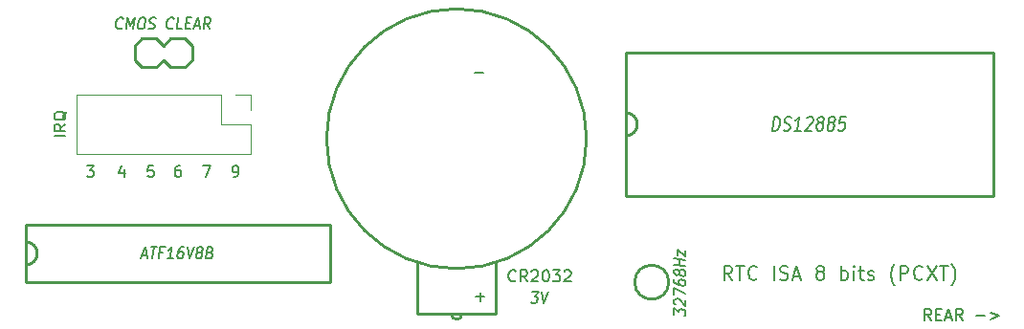
<source format=gto>
G04 #@! TF.GenerationSoftware,KiCad,Pcbnew,(5.1.4)-1*
G04 #@! TF.CreationDate,2019-12-21T06:29:15+01:00*
G04 #@! TF.ProjectId,RTC8088,52544338-3038-4382-9e6b-696361645f70,rev?*
G04 #@! TF.SameCoordinates,Original*
G04 #@! TF.FileFunction,Legend,Top*
G04 #@! TF.FilePolarity,Positive*
%FSLAX46Y46*%
G04 Gerber Fmt 4.6, Leading zero omitted, Abs format (unit mm)*
G04 Created by KiCad (PCBNEW (5.1.4)-1) date 2019-12-21 06:29:15*
%MOMM*%
%LPD*%
G04 APERTURE LIST*
%ADD10C,0.150000*%
%ADD11C,0.200000*%
%ADD12C,0.254000*%
%ADD13C,0.120000*%
%ADD14C,0.203200*%
G04 APERTURE END LIST*
D10*
X183491523Y-97353380D02*
X183158190Y-96877190D01*
X182920095Y-97353380D02*
X182920095Y-96353380D01*
X183301047Y-96353380D01*
X183396285Y-96401000D01*
X183443904Y-96448619D01*
X183491523Y-96543857D01*
X183491523Y-96686714D01*
X183443904Y-96781952D01*
X183396285Y-96829571D01*
X183301047Y-96877190D01*
X182920095Y-96877190D01*
X183920095Y-96829571D02*
X184253428Y-96829571D01*
X184396285Y-97353380D02*
X183920095Y-97353380D01*
X183920095Y-96353380D01*
X184396285Y-96353380D01*
X184777238Y-97067666D02*
X185253428Y-97067666D01*
X184682000Y-97353380D02*
X185015333Y-96353380D01*
X185348666Y-97353380D01*
X186253428Y-97353380D02*
X185920095Y-96877190D01*
X185682000Y-97353380D02*
X185682000Y-96353380D01*
X186062952Y-96353380D01*
X186158190Y-96401000D01*
X186205809Y-96448619D01*
X186253428Y-96543857D01*
X186253428Y-96686714D01*
X186205809Y-96781952D01*
X186158190Y-96829571D01*
X186062952Y-96877190D01*
X185682000Y-96877190D01*
X187443904Y-96972428D02*
X188205809Y-96972428D01*
X188682000Y-96686714D02*
X189443904Y-96972428D01*
X188682000Y-97258142D01*
D11*
X165863190Y-93783476D02*
X165446523Y-93188238D01*
X165148904Y-93783476D02*
X165148904Y-92533476D01*
X165625095Y-92533476D01*
X165744142Y-92593000D01*
X165803666Y-92652523D01*
X165863190Y-92771571D01*
X165863190Y-92950142D01*
X165803666Y-93069190D01*
X165744142Y-93128714D01*
X165625095Y-93188238D01*
X165148904Y-93188238D01*
X166220333Y-92533476D02*
X166934619Y-92533476D01*
X166577476Y-93783476D02*
X166577476Y-92533476D01*
X168065571Y-93664428D02*
X168006047Y-93723952D01*
X167827476Y-93783476D01*
X167708428Y-93783476D01*
X167529857Y-93723952D01*
X167410809Y-93604904D01*
X167351285Y-93485857D01*
X167291761Y-93247761D01*
X167291761Y-93069190D01*
X167351285Y-92831095D01*
X167410809Y-92712047D01*
X167529857Y-92593000D01*
X167708428Y-92533476D01*
X167827476Y-92533476D01*
X168006047Y-92593000D01*
X168065571Y-92652523D01*
X169553666Y-93783476D02*
X169553666Y-92533476D01*
X170089380Y-93723952D02*
X170267952Y-93783476D01*
X170565571Y-93783476D01*
X170684619Y-93723952D01*
X170744142Y-93664428D01*
X170803666Y-93545380D01*
X170803666Y-93426333D01*
X170744142Y-93307285D01*
X170684619Y-93247761D01*
X170565571Y-93188238D01*
X170327476Y-93128714D01*
X170208428Y-93069190D01*
X170148904Y-93009666D01*
X170089380Y-92890619D01*
X170089380Y-92771571D01*
X170148904Y-92652523D01*
X170208428Y-92593000D01*
X170327476Y-92533476D01*
X170625095Y-92533476D01*
X170803666Y-92593000D01*
X171279857Y-93426333D02*
X171875095Y-93426333D01*
X171160809Y-93783476D02*
X171577476Y-92533476D01*
X171994142Y-93783476D01*
X173541761Y-93069190D02*
X173422714Y-93009666D01*
X173363190Y-92950142D01*
X173303666Y-92831095D01*
X173303666Y-92771571D01*
X173363190Y-92652523D01*
X173422714Y-92593000D01*
X173541761Y-92533476D01*
X173779857Y-92533476D01*
X173898904Y-92593000D01*
X173958428Y-92652523D01*
X174017952Y-92771571D01*
X174017952Y-92831095D01*
X173958428Y-92950142D01*
X173898904Y-93009666D01*
X173779857Y-93069190D01*
X173541761Y-93069190D01*
X173422714Y-93128714D01*
X173363190Y-93188238D01*
X173303666Y-93307285D01*
X173303666Y-93545380D01*
X173363190Y-93664428D01*
X173422714Y-93723952D01*
X173541761Y-93783476D01*
X173779857Y-93783476D01*
X173898904Y-93723952D01*
X173958428Y-93664428D01*
X174017952Y-93545380D01*
X174017952Y-93307285D01*
X173958428Y-93188238D01*
X173898904Y-93128714D01*
X173779857Y-93069190D01*
X175506047Y-93783476D02*
X175506047Y-92533476D01*
X175506047Y-93009666D02*
X175625095Y-92950142D01*
X175863190Y-92950142D01*
X175982238Y-93009666D01*
X176041761Y-93069190D01*
X176101285Y-93188238D01*
X176101285Y-93545380D01*
X176041761Y-93664428D01*
X175982238Y-93723952D01*
X175863190Y-93783476D01*
X175625095Y-93783476D01*
X175506047Y-93723952D01*
X176637000Y-93783476D02*
X176637000Y-92950142D01*
X176637000Y-92533476D02*
X176577476Y-92593000D01*
X176637000Y-92652523D01*
X176696523Y-92593000D01*
X176637000Y-92533476D01*
X176637000Y-92652523D01*
X177053666Y-92950142D02*
X177529857Y-92950142D01*
X177232238Y-92533476D02*
X177232238Y-93604904D01*
X177291761Y-93723952D01*
X177410809Y-93783476D01*
X177529857Y-93783476D01*
X177887000Y-93723952D02*
X178006047Y-93783476D01*
X178244142Y-93783476D01*
X178363190Y-93723952D01*
X178422714Y-93604904D01*
X178422714Y-93545380D01*
X178363190Y-93426333D01*
X178244142Y-93366809D01*
X178065571Y-93366809D01*
X177946523Y-93307285D01*
X177887000Y-93188238D01*
X177887000Y-93128714D01*
X177946523Y-93009666D01*
X178065571Y-92950142D01*
X178244142Y-92950142D01*
X178363190Y-93009666D01*
X180267952Y-94259666D02*
X180208428Y-94200142D01*
X180089380Y-94021571D01*
X180029857Y-93902523D01*
X179970333Y-93723952D01*
X179910809Y-93426333D01*
X179910809Y-93188238D01*
X179970333Y-92890619D01*
X180029857Y-92712047D01*
X180089380Y-92593000D01*
X180208428Y-92414428D01*
X180267952Y-92354904D01*
X180744142Y-93783476D02*
X180744142Y-92533476D01*
X181220333Y-92533476D01*
X181339380Y-92593000D01*
X181398904Y-92652523D01*
X181458428Y-92771571D01*
X181458428Y-92950142D01*
X181398904Y-93069190D01*
X181339380Y-93128714D01*
X181220333Y-93188238D01*
X180744142Y-93188238D01*
X182708428Y-93664428D02*
X182648904Y-93723952D01*
X182470333Y-93783476D01*
X182351285Y-93783476D01*
X182172714Y-93723952D01*
X182053666Y-93604904D01*
X181994142Y-93485857D01*
X181934619Y-93247761D01*
X181934619Y-93069190D01*
X181994142Y-92831095D01*
X182053666Y-92712047D01*
X182172714Y-92593000D01*
X182351285Y-92533476D01*
X182470333Y-92533476D01*
X182648904Y-92593000D01*
X182708428Y-92652523D01*
X183125095Y-92533476D02*
X183958428Y-93783476D01*
X183958428Y-92533476D02*
X183125095Y-93783476D01*
X184256047Y-92533476D02*
X184970333Y-92533476D01*
X184613190Y-93783476D02*
X184613190Y-92533476D01*
X185267952Y-94259666D02*
X185327476Y-94200142D01*
X185446523Y-94021571D01*
X185506047Y-93902523D01*
X185565571Y-93723952D01*
X185625095Y-93426333D01*
X185625095Y-93188238D01*
X185565571Y-92890619D01*
X185506047Y-92712047D01*
X185446523Y-92593000D01*
X185327476Y-92414428D01*
X185267952Y-92354904D01*
D10*
X121729523Y-84653380D02*
X121920000Y-84653380D01*
X122015238Y-84605761D01*
X122062857Y-84558142D01*
X122158095Y-84415285D01*
X122205714Y-84224809D01*
X122205714Y-83843857D01*
X122158095Y-83748619D01*
X122110476Y-83701000D01*
X122015238Y-83653380D01*
X121824761Y-83653380D01*
X121729523Y-83701000D01*
X121681904Y-83748619D01*
X121634285Y-83843857D01*
X121634285Y-84081952D01*
X121681904Y-84177190D01*
X121729523Y-84224809D01*
X121824761Y-84272428D01*
X122015238Y-84272428D01*
X122110476Y-84224809D01*
X122158095Y-84177190D01*
X122205714Y-84081952D01*
X119046666Y-83653380D02*
X119713333Y-83653380D01*
X119284761Y-84653380D01*
X117030476Y-83653380D02*
X116840000Y-83653380D01*
X116744761Y-83701000D01*
X116697142Y-83748619D01*
X116601904Y-83891476D01*
X116554285Y-84081952D01*
X116554285Y-84462904D01*
X116601904Y-84558142D01*
X116649523Y-84605761D01*
X116744761Y-84653380D01*
X116935238Y-84653380D01*
X117030476Y-84605761D01*
X117078095Y-84558142D01*
X117125714Y-84462904D01*
X117125714Y-84224809D01*
X117078095Y-84129571D01*
X117030476Y-84081952D01*
X116935238Y-84034333D01*
X116744761Y-84034333D01*
X116649523Y-84081952D01*
X116601904Y-84129571D01*
X116554285Y-84224809D01*
X114665095Y-83653380D02*
X114188904Y-83653380D01*
X114141285Y-84129571D01*
X114188904Y-84081952D01*
X114284142Y-84034333D01*
X114522238Y-84034333D01*
X114617476Y-84081952D01*
X114665095Y-84129571D01*
X114712714Y-84224809D01*
X114712714Y-84462904D01*
X114665095Y-84558142D01*
X114617476Y-84605761D01*
X114522238Y-84653380D01*
X114284142Y-84653380D01*
X114188904Y-84605761D01*
X114141285Y-84558142D01*
X112077476Y-83986714D02*
X112077476Y-84653380D01*
X111839380Y-83605761D02*
X111601285Y-84320047D01*
X112220333Y-84320047D01*
X108759666Y-83653380D02*
X109378714Y-83653380D01*
X109045380Y-84034333D01*
X109188238Y-84034333D01*
X109283476Y-84081952D01*
X109331095Y-84129571D01*
X109378714Y-84224809D01*
X109378714Y-84462904D01*
X109331095Y-84558142D01*
X109283476Y-84605761D01*
X109188238Y-84653380D01*
X108902523Y-84653380D01*
X108807285Y-84605761D01*
X108759666Y-84558142D01*
D12*
X103378000Y-92456000D02*
G75*
G03X104394000Y-91440000I0J1016000D01*
G01*
X104394000Y-91440000D02*
G75*
G03X103378000Y-90424000I-1016000J0D01*
G01*
X103378000Y-88900000D02*
X130302000Y-88900000D01*
X130302000Y-88900000D02*
X130302000Y-93980000D01*
X130302000Y-93980000D02*
X103378000Y-93980000D01*
X103378000Y-93980000D02*
X103378000Y-88900000D01*
X152985926Y-81280000D02*
G75*
G03X152985926Y-81280000I-11501120J0D01*
G01*
X144984926Y-96779080D02*
X144984926Y-92280740D01*
X137984686Y-96779080D02*
X144984926Y-96779080D01*
X137984686Y-92280740D02*
X137984686Y-96779080D01*
X140984426Y-96779080D02*
G75*
G03X141484806Y-97279460I500380J0D01*
G01*
X141484806Y-97279460D02*
G75*
G03X141985186Y-96779080I0J500380D01*
G01*
X115570000Y-74295000D02*
X116205000Y-74930000D01*
X116205000Y-74930000D02*
X117475000Y-74930000D01*
X117475000Y-74930000D02*
X118110000Y-74295000D01*
X118110000Y-74295000D02*
X118110000Y-73025000D01*
X118110000Y-73025000D02*
X117475000Y-72390000D01*
X117475000Y-72390000D02*
X116205000Y-72390000D01*
X116205000Y-72390000D02*
X115570000Y-73025000D01*
X115570000Y-74295000D02*
X114935000Y-74930000D01*
X114935000Y-74930000D02*
X113665000Y-74930000D01*
X113665000Y-74930000D02*
X113030000Y-74295000D01*
X113030000Y-74295000D02*
X113030000Y-73025000D01*
X113030000Y-73025000D02*
X113665000Y-72390000D01*
X113665000Y-72390000D02*
X114935000Y-72390000D01*
X114935000Y-72390000D02*
X115570000Y-73025000D01*
X156464000Y-81026000D02*
G75*
G03X157480000Y-80010000I0J1016000D01*
G01*
X157480000Y-80010000D02*
G75*
G03X156464000Y-78994000I-1016000J0D01*
G01*
X156464000Y-73660000D02*
X188976000Y-73660000D01*
X188976000Y-73660000D02*
X188976000Y-86360000D01*
X188976000Y-86360000D02*
X156464000Y-86360000D01*
X156464000Y-86360000D02*
X156464000Y-73660000D01*
X160251140Y-93980000D02*
G75*
G03X160251140Y-93980000I-1501140J0D01*
G01*
D13*
X107890000Y-77410000D02*
X107890000Y-82610000D01*
X120650000Y-77410000D02*
X107890000Y-77410000D01*
X123250000Y-82610000D02*
X107890000Y-82610000D01*
X120650000Y-77410000D02*
X120650000Y-80010000D01*
X120650000Y-80010000D02*
X123250000Y-80010000D01*
X123250000Y-80010000D02*
X123250000Y-82610000D01*
X121920000Y-77410000D02*
X123250000Y-77410000D01*
X123250000Y-77410000D02*
X123250000Y-78740000D01*
D14*
X113657259Y-91609333D02*
X114092687Y-91609333D01*
X113533887Y-91899619D02*
X113965687Y-90883619D01*
X114143487Y-91899619D01*
X114444659Y-90883619D02*
X114967173Y-90883619D01*
X114578916Y-91899619D02*
X114705916Y-90883619D01*
X115516297Y-91367428D02*
X115211497Y-91367428D01*
X115144973Y-91899619D02*
X115271973Y-90883619D01*
X115707401Y-90883619D01*
X116407716Y-91899619D02*
X115885201Y-91899619D01*
X116146459Y-91899619D02*
X116273459Y-90883619D01*
X116168230Y-91028761D01*
X116069049Y-91125523D01*
X115975916Y-91173904D01*
X117318487Y-90883619D02*
X117144316Y-90883619D01*
X117051182Y-90932000D01*
X117001592Y-90980380D01*
X116896363Y-91125523D01*
X116828630Y-91319047D01*
X116780249Y-91706095D01*
X116811697Y-91802857D01*
X116849192Y-91851238D01*
X116930230Y-91899619D01*
X117104401Y-91899619D01*
X117197535Y-91851238D01*
X117247125Y-91802857D01*
X117302763Y-91706095D01*
X117333001Y-91464190D01*
X117301554Y-91367428D01*
X117264059Y-91319047D01*
X117183020Y-91270666D01*
X117008849Y-91270666D01*
X116915716Y-91319047D01*
X116866125Y-91367428D01*
X116810487Y-91464190D01*
X117666830Y-90883619D02*
X117844630Y-91899619D01*
X118276430Y-90883619D01*
X118657430Y-91319047D02*
X118576392Y-91270666D01*
X118538897Y-91222285D01*
X118507449Y-91125523D01*
X118513497Y-91077142D01*
X118569135Y-90980380D01*
X118618725Y-90932000D01*
X118711859Y-90883619D01*
X118886030Y-90883619D01*
X118967068Y-90932000D01*
X119004563Y-90980380D01*
X119036011Y-91077142D01*
X119029963Y-91125523D01*
X118974325Y-91222285D01*
X118924735Y-91270666D01*
X118831601Y-91319047D01*
X118657430Y-91319047D01*
X118564297Y-91367428D01*
X118514706Y-91415809D01*
X118459068Y-91512571D01*
X118434878Y-91706095D01*
X118466325Y-91802857D01*
X118503820Y-91851238D01*
X118584859Y-91899619D01*
X118759030Y-91899619D01*
X118852163Y-91851238D01*
X118901754Y-91802857D01*
X118957392Y-91706095D01*
X118981582Y-91512571D01*
X118950135Y-91415809D01*
X118912640Y-91367428D01*
X118831601Y-91319047D01*
X119696411Y-91367428D02*
X119820992Y-91415809D01*
X119858487Y-91464190D01*
X119889935Y-91560952D01*
X119871792Y-91706095D01*
X119816154Y-91802857D01*
X119766563Y-91851238D01*
X119673430Y-91899619D01*
X119325087Y-91899619D01*
X119452087Y-90883619D01*
X119756887Y-90883619D01*
X119837925Y-90932000D01*
X119875420Y-90980380D01*
X119906868Y-91077142D01*
X119894773Y-91173904D01*
X119839135Y-91270666D01*
X119789544Y-91319047D01*
X119696411Y-91367428D01*
X119391611Y-91367428D01*
X146715238Y-93834857D02*
X146666857Y-93883238D01*
X146521714Y-93931619D01*
X146424952Y-93931619D01*
X146279809Y-93883238D01*
X146183047Y-93786476D01*
X146134666Y-93689714D01*
X146086285Y-93496190D01*
X146086285Y-93351047D01*
X146134666Y-93157523D01*
X146183047Y-93060761D01*
X146279809Y-92964000D01*
X146424952Y-92915619D01*
X146521714Y-92915619D01*
X146666857Y-92964000D01*
X146715238Y-93012380D01*
X147731238Y-93931619D02*
X147392571Y-93447809D01*
X147150666Y-93931619D02*
X147150666Y-92915619D01*
X147537714Y-92915619D01*
X147634476Y-92964000D01*
X147682857Y-93012380D01*
X147731238Y-93109142D01*
X147731238Y-93254285D01*
X147682857Y-93351047D01*
X147634476Y-93399428D01*
X147537714Y-93447809D01*
X147150666Y-93447809D01*
X148118285Y-93012380D02*
X148166666Y-92964000D01*
X148263428Y-92915619D01*
X148505333Y-92915619D01*
X148602095Y-92964000D01*
X148650476Y-93012380D01*
X148698857Y-93109142D01*
X148698857Y-93205904D01*
X148650476Y-93351047D01*
X148069904Y-93931619D01*
X148698857Y-93931619D01*
X149327809Y-92915619D02*
X149424571Y-92915619D01*
X149521333Y-92964000D01*
X149569714Y-93012380D01*
X149618095Y-93109142D01*
X149666476Y-93302666D01*
X149666476Y-93544571D01*
X149618095Y-93738095D01*
X149569714Y-93834857D01*
X149521333Y-93883238D01*
X149424571Y-93931619D01*
X149327809Y-93931619D01*
X149231047Y-93883238D01*
X149182666Y-93834857D01*
X149134285Y-93738095D01*
X149085904Y-93544571D01*
X149085904Y-93302666D01*
X149134285Y-93109142D01*
X149182666Y-93012380D01*
X149231047Y-92964000D01*
X149327809Y-92915619D01*
X150005142Y-92915619D02*
X150634095Y-92915619D01*
X150295428Y-93302666D01*
X150440571Y-93302666D01*
X150537333Y-93351047D01*
X150585714Y-93399428D01*
X150634095Y-93496190D01*
X150634095Y-93738095D01*
X150585714Y-93834857D01*
X150537333Y-93883238D01*
X150440571Y-93931619D01*
X150150285Y-93931619D01*
X150053523Y-93883238D01*
X150005142Y-93834857D01*
X151021142Y-93012380D02*
X151069523Y-92964000D01*
X151166285Y-92915619D01*
X151408190Y-92915619D01*
X151504952Y-92964000D01*
X151553333Y-93012380D01*
X151601714Y-93109142D01*
X151601714Y-93205904D01*
X151553333Y-93351047D01*
X150972761Y-93931619D01*
X151601714Y-93931619D01*
X148168601Y-94820619D02*
X148734659Y-94820619D01*
X148381478Y-95207666D01*
X148512106Y-95207666D01*
X148593144Y-95256047D01*
X148630640Y-95304428D01*
X148662087Y-95401190D01*
X148631849Y-95643095D01*
X148576211Y-95739857D01*
X148526620Y-95788238D01*
X148433487Y-95836619D01*
X148172230Y-95836619D01*
X148091192Y-95788238D01*
X148053697Y-95739857D01*
X148995916Y-94820619D02*
X149173716Y-95836619D01*
X149605516Y-94820619D01*
X143563977Y-95662447D02*
X143563977Y-94888352D01*
X143951025Y-95275400D02*
X143176929Y-95275400D01*
X143078958Y-75408971D02*
X143853053Y-75408971D01*
X111884097Y-71482857D02*
X111834506Y-71531238D01*
X111697830Y-71579619D01*
X111610744Y-71579619D01*
X111486163Y-71531238D01*
X111411173Y-71434476D01*
X111379725Y-71337714D01*
X111360373Y-71144190D01*
X111378516Y-70999047D01*
X111446249Y-70805523D01*
X111501887Y-70708761D01*
X111601068Y-70612000D01*
X111737744Y-70563619D01*
X111824830Y-70563619D01*
X111949411Y-70612000D01*
X111986906Y-70660380D01*
X112263887Y-71579619D02*
X112390887Y-70563619D01*
X112604973Y-71289333D01*
X113000487Y-70563619D01*
X112873487Y-71579619D01*
X113610087Y-70563619D02*
X113784259Y-70563619D01*
X113865297Y-70612000D01*
X113940287Y-70708761D01*
X113959640Y-70902285D01*
X113917306Y-71240952D01*
X113849573Y-71434476D01*
X113750392Y-71531238D01*
X113657259Y-71579619D01*
X113483087Y-71579619D01*
X113402049Y-71531238D01*
X113327059Y-71434476D01*
X113307706Y-71240952D01*
X113350040Y-70902285D01*
X113417773Y-70708761D01*
X113516954Y-70612000D01*
X113610087Y-70563619D01*
X114229363Y-71531238D02*
X114353944Y-71579619D01*
X114571659Y-71579619D01*
X114664792Y-71531238D01*
X114714382Y-71482857D01*
X114770020Y-71386095D01*
X114782116Y-71289333D01*
X114750668Y-71192571D01*
X114713173Y-71144190D01*
X114632135Y-71095809D01*
X114464011Y-71047428D01*
X114382973Y-70999047D01*
X114345478Y-70950666D01*
X114314030Y-70853904D01*
X114326125Y-70757142D01*
X114381763Y-70660380D01*
X114431354Y-70612000D01*
X114524487Y-70563619D01*
X114742201Y-70563619D01*
X114866782Y-70612000D01*
X116369011Y-71482857D02*
X116319420Y-71531238D01*
X116182744Y-71579619D01*
X116095659Y-71579619D01*
X115971078Y-71531238D01*
X115896087Y-71434476D01*
X115864640Y-71337714D01*
X115845287Y-71144190D01*
X115863430Y-70999047D01*
X115931163Y-70805523D01*
X115986801Y-70708761D01*
X116085982Y-70612000D01*
X116222659Y-70563619D01*
X116309744Y-70563619D01*
X116434325Y-70612000D01*
X116471820Y-70660380D01*
X117184230Y-71579619D02*
X116748801Y-71579619D01*
X116875801Y-70563619D01*
X117555554Y-71047428D02*
X117860354Y-71047428D01*
X117924459Y-71579619D02*
X117489030Y-71579619D01*
X117616030Y-70563619D01*
X118051459Y-70563619D01*
X118309087Y-71289333D02*
X118744516Y-71289333D01*
X118185716Y-71579619D02*
X118617516Y-70563619D01*
X118795316Y-71579619D01*
X119622630Y-71579619D02*
X119378306Y-71095809D01*
X119100116Y-71579619D02*
X119227116Y-70563619D01*
X119575459Y-70563619D01*
X119656497Y-70612000D01*
X119693992Y-70660380D01*
X119725440Y-70757142D01*
X119707297Y-70902285D01*
X119651659Y-70999047D01*
X119602068Y-71047428D01*
X119508935Y-71095809D01*
X119160592Y-71095809D01*
X169423034Y-80584523D02*
X169581784Y-79314523D01*
X169823689Y-79314523D01*
X169961272Y-79375000D01*
X170042915Y-79495952D01*
X170076177Y-79616904D01*
X170094320Y-79858809D01*
X170071641Y-80040238D01*
X169993022Y-80282142D01*
X169929522Y-80403095D01*
X169817641Y-80524047D01*
X169664939Y-80584523D01*
X169423034Y-80584523D01*
X170398213Y-80524047D02*
X170535796Y-80584523D01*
X170777701Y-80584523D01*
X170882022Y-80524047D01*
X170937963Y-80463571D01*
X171001463Y-80342619D01*
X171016582Y-80221666D01*
X170983320Y-80100714D01*
X170942498Y-80040238D01*
X170853296Y-79979761D01*
X170667332Y-79919285D01*
X170578129Y-79858809D01*
X170537308Y-79798333D01*
X170504046Y-79677380D01*
X170519165Y-79556428D01*
X170582665Y-79435476D01*
X170638606Y-79375000D01*
X170742927Y-79314523D01*
X170984832Y-79314523D01*
X171122415Y-79375000D01*
X171938844Y-80584523D02*
X171358272Y-80584523D01*
X171648558Y-80584523D02*
X171807308Y-79314523D01*
X171687867Y-79495952D01*
X171575987Y-79616904D01*
X171471665Y-79677380D01*
X172469522Y-79435476D02*
X172525463Y-79375000D01*
X172629784Y-79314523D01*
X172871689Y-79314523D01*
X172960891Y-79375000D01*
X173001713Y-79435476D01*
X173034975Y-79556428D01*
X173019856Y-79677380D01*
X172948796Y-79858809D01*
X172277510Y-80584523D01*
X172906463Y-80584523D01*
X173577748Y-79858809D02*
X173488546Y-79798333D01*
X173447725Y-79737857D01*
X173414463Y-79616904D01*
X173422022Y-79556428D01*
X173485522Y-79435476D01*
X173541463Y-79375000D01*
X173645784Y-79314523D01*
X173839308Y-79314523D01*
X173928510Y-79375000D01*
X173969332Y-79435476D01*
X174002594Y-79556428D01*
X173995034Y-79616904D01*
X173931534Y-79737857D01*
X173875594Y-79798333D01*
X173771272Y-79858809D01*
X173577748Y-79858809D01*
X173473427Y-79919285D01*
X173417487Y-79979761D01*
X173353987Y-80100714D01*
X173323748Y-80342619D01*
X173357010Y-80463571D01*
X173397832Y-80524047D01*
X173487034Y-80584523D01*
X173680558Y-80584523D01*
X173784879Y-80524047D01*
X173840820Y-80463571D01*
X173904320Y-80342619D01*
X173934558Y-80100714D01*
X173901296Y-79979761D01*
X173860475Y-79919285D01*
X173771272Y-79858809D01*
X174545367Y-79858809D02*
X174456165Y-79798333D01*
X174415344Y-79737857D01*
X174382082Y-79616904D01*
X174389641Y-79556428D01*
X174453141Y-79435476D01*
X174509082Y-79375000D01*
X174613403Y-79314523D01*
X174806927Y-79314523D01*
X174896129Y-79375000D01*
X174936951Y-79435476D01*
X174970213Y-79556428D01*
X174962653Y-79616904D01*
X174899153Y-79737857D01*
X174843213Y-79798333D01*
X174738891Y-79858809D01*
X174545367Y-79858809D01*
X174441046Y-79919285D01*
X174385106Y-79979761D01*
X174321606Y-80100714D01*
X174291367Y-80342619D01*
X174324629Y-80463571D01*
X174365451Y-80524047D01*
X174454653Y-80584523D01*
X174648177Y-80584523D01*
X174752498Y-80524047D01*
X174808439Y-80463571D01*
X174871939Y-80342619D01*
X174902177Y-80100714D01*
X174868915Y-79979761D01*
X174828094Y-79919285D01*
X174738891Y-79858809D01*
X175919689Y-79314523D02*
X175435879Y-79314523D01*
X175311903Y-79919285D01*
X175367844Y-79858809D01*
X175472165Y-79798333D01*
X175714070Y-79798333D01*
X175803272Y-79858809D01*
X175844094Y-79919285D01*
X175877356Y-80040238D01*
X175839558Y-80342619D01*
X175776058Y-80463571D01*
X175720117Y-80524047D01*
X175615796Y-80584523D01*
X175373891Y-80584523D01*
X175284689Y-80524047D01*
X175243867Y-80463571D01*
X160733619Y-96854312D02*
X160733619Y-96288255D01*
X161120666Y-96641436D01*
X161120666Y-96510807D01*
X161169047Y-96429769D01*
X161217428Y-96392274D01*
X161314190Y-96360826D01*
X161556095Y-96391064D01*
X161652857Y-96446702D01*
X161701238Y-96496293D01*
X161749619Y-96589426D01*
X161749619Y-96850683D01*
X161701238Y-96931721D01*
X161652857Y-96969217D01*
X160830380Y-95952007D02*
X160782000Y-95902417D01*
X160733619Y-95809283D01*
X160733619Y-95591569D01*
X160782000Y-95510531D01*
X160830380Y-95473036D01*
X160927142Y-95441588D01*
X161023904Y-95453683D01*
X161169047Y-95515369D01*
X161749619Y-96110455D01*
X161749619Y-95544398D01*
X160733619Y-95112598D02*
X160733619Y-94502998D01*
X161749619Y-95021883D01*
X160733619Y-93762769D02*
X160733619Y-93936940D01*
X160782000Y-94030074D01*
X160830380Y-94079664D01*
X160975523Y-94184893D01*
X161169047Y-94252626D01*
X161556095Y-94301007D01*
X161652857Y-94269560D01*
X161701238Y-94232064D01*
X161749619Y-94151026D01*
X161749619Y-93976855D01*
X161701238Y-93883721D01*
X161652857Y-93834131D01*
X161556095Y-93778493D01*
X161314190Y-93748255D01*
X161217428Y-93779702D01*
X161169047Y-93817198D01*
X161120666Y-93898236D01*
X161120666Y-94072407D01*
X161169047Y-94165540D01*
X161217428Y-94215131D01*
X161314190Y-94270769D01*
X161169047Y-93207598D02*
X161120666Y-93288636D01*
X161072285Y-93326131D01*
X160975523Y-93357579D01*
X160927142Y-93351531D01*
X160830380Y-93295893D01*
X160782000Y-93246302D01*
X160733619Y-93153169D01*
X160733619Y-92978998D01*
X160782000Y-92897960D01*
X160830380Y-92860464D01*
X160927142Y-92829017D01*
X160975523Y-92835064D01*
X161072285Y-92890702D01*
X161120666Y-92940293D01*
X161169047Y-93033426D01*
X161169047Y-93207598D01*
X161217428Y-93300731D01*
X161265809Y-93350321D01*
X161362571Y-93405960D01*
X161556095Y-93430150D01*
X161652857Y-93398702D01*
X161701238Y-93361207D01*
X161749619Y-93280169D01*
X161749619Y-93105998D01*
X161701238Y-93012864D01*
X161652857Y-92963274D01*
X161556095Y-92907636D01*
X161362571Y-92883445D01*
X161265809Y-92914893D01*
X161217428Y-92952388D01*
X161169047Y-93033426D01*
X161749619Y-92539940D02*
X160733619Y-92412940D01*
X161217428Y-92473417D02*
X161217428Y-91950902D01*
X161749619Y-92017426D02*
X160733619Y-91890426D01*
X161072285Y-91584417D02*
X161072285Y-91105445D01*
X161749619Y-91669083D01*
X161749619Y-91190112D01*
D10*
X106878380Y-81033809D02*
X105878380Y-81033809D01*
X106878380Y-79986190D02*
X106402190Y-80319523D01*
X106878380Y-80557619D02*
X105878380Y-80557619D01*
X105878380Y-80176666D01*
X105926000Y-80081428D01*
X105973619Y-80033809D01*
X106068857Y-79986190D01*
X106211714Y-79986190D01*
X106306952Y-80033809D01*
X106354571Y-80081428D01*
X106402190Y-80176666D01*
X106402190Y-80557619D01*
X106973619Y-78890952D02*
X106926000Y-78986190D01*
X106830761Y-79081428D01*
X106687904Y-79224285D01*
X106640285Y-79319523D01*
X106640285Y-79414761D01*
X106878380Y-79367142D02*
X106830761Y-79462380D01*
X106735523Y-79557619D01*
X106545047Y-79605238D01*
X106211714Y-79605238D01*
X106021238Y-79557619D01*
X105926000Y-79462380D01*
X105878380Y-79367142D01*
X105878380Y-79176666D01*
X105926000Y-79081428D01*
X106021238Y-78986190D01*
X106211714Y-78938571D01*
X106545047Y-78938571D01*
X106735523Y-78986190D01*
X106830761Y-79081428D01*
X106878380Y-79176666D01*
X106878380Y-79367142D01*
M02*

</source>
